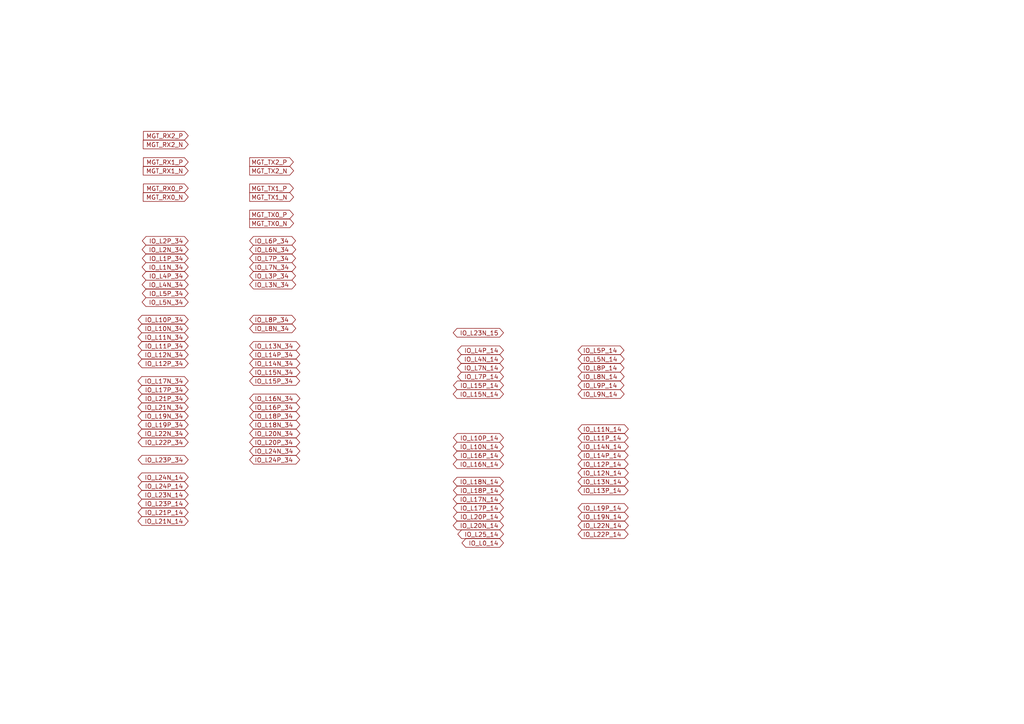
<source format=kicad_sch>
(kicad_sch (version 20230121) (generator eeschema)
  (paper "A4")
  (lib_symbols)
  (global_label "IO_L7P_34" (shape bidirectional) (at 72.39 74.93 0) (property "Intersheetrefs" "${INTERSHEET_REFS}" (effects hide)))
  (global_label "MGT_RX1_P" (shape input) (at 54.61 46.99 180) (property "Intersheetrefs" "${INTERSHEET_REFS}" (effects hide)))
  (global_label "IO_L9P_14" (shape bidirectional) (at 167.64 111.76 0) (property "Intersheetrefs" "${INTERSHEET_REFS}" (effects hide)))
  (global_label "IO_L13P_14" (shape bidirectional) (at 167.64 142.24 0) (property "Intersheetrefs" "${INTERSHEET_REFS}" (effects hide)))
  (global_label "IO_L23N_15" (shape bidirectional) (at 146.05 96.52 180) (property "Intersheetrefs" "${INTERSHEET_REFS}" (effects hide)))
  (global_label "IO_L15N_34" (shape bidirectional) (at 72.39 107.95 0) (property "Intersheetrefs" "${INTERSHEET_REFS}" (effects hide)))
  (global_label "IO_L21N_34" (shape bidirectional) (at 54.61 118.11 180) (property "Intersheetrefs" "${INTERSHEET_REFS}" (effects hide)))
  (global_label "IO_L23P_34" (shape bidirectional) (at 54.61 133.35 180) (property "Intersheetrefs" "${INTERSHEET_REFS}" (effects hide)))
  (global_label "MGT_TX0_N" (shape output) (at 72.39 64.77 0) (property "Intersheetrefs" "${INTERSHEET_REFS}" (effects hide)))
  (global_label "MGT_TX2_N" (shape output) (at 72.39 49.53 0) (property "Intersheetrefs" "${INTERSHEET_REFS}" (effects hide)))
  (global_label "IO_L22N_14" (shape bidirectional) (at 167.64 152.4 0) (property "Intersheetrefs" "${INTERSHEET_REFS}" (effects hide)))
  (global_label "IO_L19N_34" (shape bidirectional) (at 54.61 120.65 180) (property "Intersheetrefs" "${INTERSHEET_REFS}" (effects hide)))
  (global_label "IO_L1P_34" (shape bidirectional) (at 54.61 74.93 180) (property "Intersheetrefs" "${INTERSHEET_REFS}" (effects hide)))
  (global_label "IO_L17N_14" (shape bidirectional) (at 146.05 144.78 180) (property "Intersheetrefs" "${INTERSHEET_REFS}" (effects hide)))
  (global_label "IO_L10P_14" (shape bidirectional) (at 146.05 127 180) (property "Intersheetrefs" "${INTERSHEET_REFS}" (effects hide)))
  (global_label "IO_L12P_34" (shape bidirectional) (at 54.61 105.41 180) (property "Intersheetrefs" "${INTERSHEET_REFS}" (effects hide)))
  (global_label "IO_L23P_14" (shape bidirectional) (at 54.61 146.05 180) (property "Intersheetrefs" "${INTERSHEET_REFS}" (effects hide)))
  (global_label "IO_L15N_14" (shape bidirectional) (at 146.05 114.3 180) (property "Intersheetrefs" "${INTERSHEET_REFS}" (effects hide)))
  (global_label "IO_L11N_34" (shape bidirectional) (at 54.61 97.79 180) (property "Intersheetrefs" "${INTERSHEET_REFS}" (effects hide)))
  (global_label "IO_L14P_14" (shape bidirectional) (at 167.64 132.08 0) (property "Intersheetrefs" "${INTERSHEET_REFS}" (effects hide)))
  (global_label "IO_L8P_14" (shape bidirectional) (at 167.64 106.68 0) (property "Intersheetrefs" "${INTERSHEET_REFS}" (effects hide)))
  (global_label "IO_L18N_34" (shape bidirectional) (at 72.39 123.19 0) (property "Intersheetrefs" "${INTERSHEET_REFS}" (effects hide)))
  (global_label "IO_L21N_14" (shape bidirectional) (at 54.61 151.13 180) (property "Intersheetrefs" "${INTERSHEET_REFS}" (effects hide)))
  (global_label "MGT_RX1_N" (shape input) (at 54.61 49.53 180) (property "Intersheetrefs" "${INTERSHEET_REFS}" (effects hide)))
  (global_label "IO_L20P_34" (shape bidirectional) (at 72.39 128.27 0) (property "Intersheetrefs" "${INTERSHEET_REFS}" (effects hide)))
  (global_label "IO_L22N_34" (shape bidirectional) (at 54.61 125.73 180) (property "Intersheetrefs" "${INTERSHEET_REFS}" (effects hide)))
  (global_label "IO_L2P_34" (shape bidirectional) (at 54.61 69.85 180) (property "Intersheetrefs" "${INTERSHEET_REFS}" (effects hide)))
  (global_label "IO_L12N_14" (shape bidirectional) (at 167.64 137.16 0) (property "Intersheetrefs" "${INTERSHEET_REFS}" (effects hide)))
  (global_label "IO_L12P_14" (shape bidirectional) (at 167.64 134.62 0) (property "Intersheetrefs" "${INTERSHEET_REFS}" (effects hide)))
  (global_label "IO_L10N_34" (shape bidirectional) (at 54.61 95.25 180) (property "Intersheetrefs" "${INTERSHEET_REFS}" (effects hide)))
  (global_label "IO_L23N_14" (shape bidirectional) (at 54.61 143.51 180) (property "Intersheetrefs" "${INTERSHEET_REFS}" (effects hide)))
  (global_label "IO_L19N_14" (shape bidirectional) (at 167.64 149.86 0) (property "Intersheetrefs" "${INTERSHEET_REFS}" (effects hide)))
  (global_label "IO_L14N_34" (shape bidirectional) (at 72.39 105.41 0) (property "Intersheetrefs" "${INTERSHEET_REFS}" (effects hide)))
  (global_label "IO_L4P_34" (shape bidirectional) (at 54.61 80.01 180) (property "Intersheetrefs" "${INTERSHEET_REFS}" (effects hide)))
  (global_label "IO_L5N_14" (shape bidirectional) (at 167.64 104.14 0) (property "Intersheetrefs" "${INTERSHEET_REFS}" (effects hide)))
  (global_label "IO_L15P_14" (shape bidirectional) (at 146.05 111.76 180) (property "Intersheetrefs" "${INTERSHEET_REFS}" (effects hide)))
  (global_label "IO_L16N_34" (shape bidirectional) (at 72.39 115.57 0) (property "Intersheetrefs" "${INTERSHEET_REFS}" (effects hide)))
  (global_label "IO_L17N_34" (shape bidirectional) (at 54.61 110.49 180) (property "Intersheetrefs" "${INTERSHEET_REFS}" (effects hide)))
  (global_label "IO_L20N_34" (shape bidirectional) (at 72.39 125.73 0) (property "Intersheetrefs" "${INTERSHEET_REFS}" (effects hide)))
  (global_label "IO_L18P_14" (shape bidirectional) (at 146.05 142.24 180) (property "Intersheetrefs" "${INTERSHEET_REFS}" (effects hide)))
  (global_label "IO_L11N_14" (shape bidirectional) (at 167.64 124.46 0) (property "Intersheetrefs" "${INTERSHEET_REFS}" (effects hide)))
  (global_label "IO_L7N_14" (shape bidirectional) (at 146.05 106.68 180) (property "Intersheetrefs" "${INTERSHEET_REFS}" (effects hide)))
  (global_label "IO_L7N_34" (shape bidirectional) (at 72.39 77.47 0) (property "Intersheetrefs" "${INTERSHEET_REFS}" (effects hide)))
  (global_label "IO_L7P_14" (shape bidirectional) (at 146.05 109.22 180) (property "Intersheetrefs" "${INTERSHEET_REFS}" (effects hide)))
  (global_label "IO_L10P_34" (shape bidirectional) (at 54.61 92.71 180) (property "Intersheetrefs" "${INTERSHEET_REFS}" (effects hide)))
  (global_label "IO_L24N_34" (shape bidirectional) (at 72.39 130.81 0) (property "Intersheetrefs" "${INTERSHEET_REFS}" (effects hide)))
  (global_label "IO_L20N_14" (shape bidirectional) (at 146.05 152.4 180) (property "Intersheetrefs" "${INTERSHEET_REFS}" (effects hide)))
  (global_label "IO_L9N_14" (shape bidirectional) (at 167.64 114.3 0) (property "Intersheetrefs" "${INTERSHEET_REFS}" (effects hide)))
  (global_label "IO_L11P_14" (shape bidirectional) (at 167.64 127 0) (property "Intersheetrefs" "${INTERSHEET_REFS}" (effects hide)))
  (global_label "IO_L14P_34" (shape bidirectional) (at 72.39 102.87 0) (property "Intersheetrefs" "${INTERSHEET_REFS}" (effects hide)))
  (global_label "IO_L16N_14" (shape bidirectional) (at 146.05 134.62 180) (property "Intersheetrefs" "${INTERSHEET_REFS}" (effects hide)))
  (global_label "IO_L8N_14" (shape bidirectional) (at 167.64 109.22 0) (property "Intersheetrefs" "${INTERSHEET_REFS}" (effects hide)))
  (global_label "MGT_RX0_N" (shape input) (at 54.61 57.15 180) (property "Intersheetrefs" "${INTERSHEET_REFS}" (effects hide)))
  (global_label "IO_L3P_34" (shape bidirectional) (at 72.39 80.01 0) (property "Intersheetrefs" "${INTERSHEET_REFS}" (effects hide)))
  (global_label "IO_L4N_14" (shape bidirectional) (at 146.05 104.14 180) (property "Intersheetrefs" "${INTERSHEET_REFS}" (effects hide)))
  (global_label "IO_L4N_34" (shape bidirectional) (at 54.61 82.55 180) (property "Intersheetrefs" "${INTERSHEET_REFS}" (effects hide)))
  (global_label "IO_L22P_14" (shape bidirectional) (at 167.64 154.94 0) (property "Intersheetrefs" "${INTERSHEET_REFS}" (effects hide)))
  (global_label "IO_L14N_14" (shape bidirectional) (at 167.64 129.54 0) (property "Intersheetrefs" "${INTERSHEET_REFS}" (effects hide)))
  (global_label "IO_L10N_14" (shape bidirectional) (at 146.05 129.54 180) (property "Intersheetrefs" "${INTERSHEET_REFS}" (effects hide)))
  (global_label "IO_L20P_14" (shape bidirectional) (at 146.05 149.86 180) (property "Intersheetrefs" "${INTERSHEET_REFS}" (effects hide)))
  (global_label "IO_L5P_14" (shape bidirectional) (at 167.64 101.6 0) (property "Intersheetrefs" "${INTERSHEET_REFS}" (effects hide)))
  (global_label "IO_L6N_34" (shape bidirectional) (at 72.39 72.39 0) (property "Intersheetrefs" "${INTERSHEET_REFS}" (effects hide)))
  (global_label "IO_L0_14" (shape bidirectional) (at 146.05 157.48 180) (property "Intersheetrefs" "${INTERSHEET_REFS}" (effects hide)))
  (global_label "IO_L19P_14" (shape bidirectional) (at 167.64 147.32 0) (property "Intersheetrefs" "${INTERSHEET_REFS}" (effects hide)))
  (global_label "IO_L13N_34" (shape bidirectional) (at 72.39 100.33 0) (property "Intersheetrefs" "${INTERSHEET_REFS}" (effects hide)))
  (global_label "MGT_RX2_P" (shape input) (at 54.61 39.37 180) (property "Intersheetrefs" "${INTERSHEET_REFS}" (effects hide)))
  (global_label "IO_L15P_34" (shape bidirectional) (at 72.39 110.49 0) (property "Intersheetrefs" "${INTERSHEET_REFS}" (effects hide)))
  (global_label "IO_L18N_14" (shape bidirectional) (at 146.05 139.7 180) (property "Intersheetrefs" "${INTERSHEET_REFS}" (effects hide)))
  (global_label "IO_L4P_14" (shape bidirectional) (at 146.05 101.6 180) (property "Intersheetrefs" "${INTERSHEET_REFS}" (effects hide)))
  (global_label "IO_L24P_34" (shape bidirectional) (at 72.39 133.35 0) (property "Intersheetrefs" "${INTERSHEET_REFS}" (effects hide)))
  (global_label "IO_L25_14" (shape bidirectional) (at 146.05 154.94 180) (property "Intersheetrefs" "${INTERSHEET_REFS}" (effects hide)))
  (global_label "IO_L22P_34" (shape bidirectional) (at 54.61 128.27 180) (property "Intersheetrefs" "${INTERSHEET_REFS}" (effects hide)))
  (global_label "IO_L19P_34" (shape bidirectional) (at 54.61 123.19 180) (property "Intersheetrefs" "${INTERSHEET_REFS}" (effects hide)))
  (global_label "IO_L17P_14" (shape bidirectional) (at 146.05 147.32 180) (property "Intersheetrefs" "${INTERSHEET_REFS}" (effects hide)))
  (global_label "IO_L16P_34" (shape bidirectional) (at 72.39 118.11 0) (property "Intersheetrefs" "${INTERSHEET_REFS}" (effects hide)))
  (global_label "IO_L8P_34" (shape bidirectional) (at 72.39 92.71 0) (property "Intersheetrefs" "${INTERSHEET_REFS}" (effects hide)))
  (global_label "MGT_RX2_N" (shape input) (at 54.61 41.91 180) (property "Intersheetrefs" "${INTERSHEET_REFS}" (effects hide)))
  (global_label "IO_L1N_34" (shape bidirectional) (at 54.61 77.47 180) (property "Intersheetrefs" "${INTERSHEET_REFS}" (effects hide)))
  (global_label "IO_L21P_14" (shape bidirectional) (at 54.61 148.59 180) (property "Intersheetrefs" "${INTERSHEET_REFS}" (effects hide)))
  (global_label "IO_L13N_14" (shape bidirectional) (at 167.64 139.7 0) (property "Intersheetrefs" "${INTERSHEET_REFS}" (effects hide)))
  (global_label "IO_L11P_34" (shape bidirectional) (at 54.61 100.33 180) (property "Intersheetrefs" "${INTERSHEET_REFS}" (effects hide)))
  (global_label "IO_L24P_14" (shape bidirectional) (at 54.61 140.97 180) (property "Intersheetrefs" "${INTERSHEET_REFS}" (effects hide)))
  (global_label "IO_L8N_34" (shape bidirectional) (at 72.39 95.25 0) (property "Intersheetrefs" "${INTERSHEET_REFS}" (effects hide)))
  (global_label "MGT_TX2_P" (shape output) (at 72.39 46.99 0) (property "Intersheetrefs" "${INTERSHEET_REFS}" (effects hide)))
  (global_label "IO_L12N_34" (shape bidirectional) (at 54.61 102.87 180) (property "Intersheetrefs" "${INTERSHEET_REFS}" (effects hide)))
  (global_label "IO_L2N_34" (shape bidirectional) (at 54.61 72.39 180) (property "Intersheetrefs" "${INTERSHEET_REFS}" (effects hide)))
  (global_label "IO_L18P_34" (shape bidirectional) (at 72.39 120.65 0) (property "Intersheetrefs" "${INTERSHEET_REFS}" (effects hide)))
  (global_label "IO_L6P_34" (shape bidirectional) (at 72.39 69.85 0) (property "Intersheetrefs" "${INTERSHEET_REFS}" (effects hide)))
  (global_label "IO_L17P_34" (shape bidirectional) (at 54.61 113.03 180) (property "Intersheetrefs" "${INTERSHEET_REFS}" (effects hide)))
  (global_label "IO_L16P_14" (shape bidirectional) (at 146.05 132.08 180) (property "Intersheetrefs" "${INTERSHEET_REFS}" (effects hide)))
  (global_label "MGT_TX1_N" (shape output) (at 72.39 57.15 0) (property "Intersheetrefs" "${INTERSHEET_REFS}" (effects hide)))
  (global_label "IO_L24N_14" (shape bidirectional) (at 54.61 138.43 180) (property "Intersheetrefs" "${INTERSHEET_REFS}" (effects hide)))
  (global_label "MGT_TX0_P" (shape output) (at 72.39 62.23 0) (property "Intersheetrefs" "${INTERSHEET_REFS}" (effects hide)))
  (global_label "IO_L5P_34" (shape bidirectional) (at 54.61 85.09 180) (property "Intersheetrefs" "${INTERSHEET_REFS}" (effects hide)))
  (global_label "IO_L21P_34" (shape bidirectional) (at 54.61 115.57 180) (property "Intersheetrefs" "${INTERSHEET_REFS}" (effects hide)))
  (global_label "MGT_RX0_P" (shape input) (at 54.61 54.61 180) (property "Intersheetrefs" "${INTERSHEET_REFS}" (effects hide)))
  (global_label "IO_L5N_34" (shape bidirectional) (at 54.61 87.63 180) (property "Intersheetrefs" "${INTERSHEET_REFS}" (effects hide)))
  (global_label "IO_L3N_34" (shape bidirectional) (at 72.39 82.55 0) (property "Intersheetrefs" "${INTERSHEET_REFS}" (effects hide)))
  (global_label "MGT_TX1_P" (shape output) (at 72.39 54.61 0) (property "Intersheetrefs" "${INTERSHEET_REFS}" (effects hide)))
)
</source>
